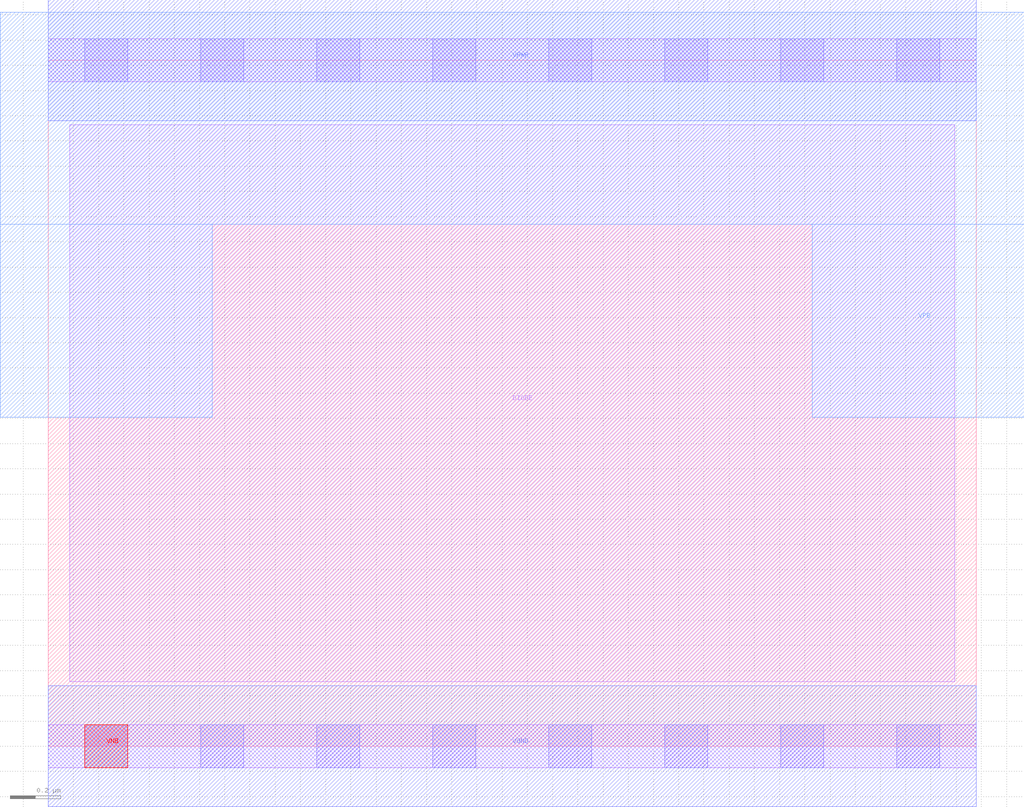
<source format=lef>
# Copyright 2020 The SkyWater PDK Authors
#
# Licensed under the Apache License, Version 2.0 (the "License");
# you may not use this file except in compliance with the License.
# You may obtain a copy of the License at
#
#     https://www.apache.org/licenses/LICENSE-2.0
#
# Unless required by applicable law or agreed to in writing, software
# distributed under the License is distributed on an "AS IS" BASIS,
# WITHOUT WARRANTIES OR CONDITIONS OF ANY KIND, either express or implied.
# See the License for the specific language governing permissions and
# limitations under the License.
#
# SPDX-License-Identifier: Apache-2.0

VERSION 5.7 ;
  NOWIREEXTENSIONATPIN ON ;
  DIVIDERCHAR "/" ;
  BUSBITCHARS "[]" ;
PROPERTYDEFINITIONS
  MACRO maskLayoutSubType STRING ;
  MACRO prCellType STRING ;
  MACRO originalViewName STRING ;
END PROPERTYDEFINITIONS
MACRO sky130_fd_sc_hdll__diode_8
  CLASS CORE ;
  FOREIGN sky130_fd_sc_hdll__diode_8 ;
  ORIGIN  0.000000  0.000000 ;
  SIZE  3.680000 BY  2.720000 ;
  SYMMETRY X Y R90 ;
  SITE unithd ;
  PIN DIODE
    ANTENNADIFFAREA  3.546400 ;
    ANTENNAGATEAREA  3.546400 ;
    DIRECTION INPUT ;
    USE SIGNAL ;
    PORT
      LAYER li1 ;
        RECT 0.085000 0.255000 3.595000 2.465000 ;
    END
  END DIODE
  PIN VGND
    DIRECTION INPUT ;
    USE GROUND ;
    PORT
      LAYER met1 ;
        RECT 0.000000 -0.240000 3.680000 0.240000 ;
    END
  END VGND
  PIN VNB
    DIRECTION INOUT ;
    USE GROUND ;
    PORT
      LAYER pwell ;
        RECT 0.145000 -0.085000 0.315000 0.085000 ;
    END
  END VNB
  PIN VPB
    DIRECTION INOUT ;
    USE POWER ;
    PORT
      LAYER nwell ;
        RECT -0.190000 1.305000 0.650000 2.070000 ;
        RECT -0.190000 2.070000 3.870000 2.910000 ;
        RECT  3.030000 1.305000 3.870000 2.070000 ;
    END
  END VPB
  PIN VPWR
    DIRECTION INPUT ;
    USE POWER ;
    PORT
      LAYER met1 ;
        RECT 0.000000 2.480000 3.680000 2.960000 ;
    END
  END VPWR
  OBS
    LAYER li1 ;
      RECT 0.000000 -0.085000 3.680000 0.085000 ;
      RECT 0.000000  2.635000 3.680000 2.805000 ;
    LAYER mcon ;
      RECT 0.145000 -0.085000 0.315000 0.085000 ;
      RECT 0.145000  2.635000 0.315000 2.805000 ;
      RECT 0.605000 -0.085000 0.775000 0.085000 ;
      RECT 0.605000  2.635000 0.775000 2.805000 ;
      RECT 1.065000 -0.085000 1.235000 0.085000 ;
      RECT 1.065000  2.635000 1.235000 2.805000 ;
      RECT 1.525000 -0.085000 1.695000 0.085000 ;
      RECT 1.525000  2.635000 1.695000 2.805000 ;
      RECT 1.985000 -0.085000 2.155000 0.085000 ;
      RECT 1.985000  2.635000 2.155000 2.805000 ;
      RECT 2.445000 -0.085000 2.615000 0.085000 ;
      RECT 2.445000  2.635000 2.615000 2.805000 ;
      RECT 2.905000 -0.085000 3.075000 0.085000 ;
      RECT 2.905000  2.635000 3.075000 2.805000 ;
      RECT 3.365000 -0.085000 3.535000 0.085000 ;
      RECT 3.365000  2.635000 3.535000 2.805000 ;
  END
  PROPERTY maskLayoutSubType "abstract" ;
  PROPERTY prCellType "standard" ;
  PROPERTY originalViewName "layout" ;
END sky130_fd_sc_hdll__diode_8
END LIBRARY

</source>
